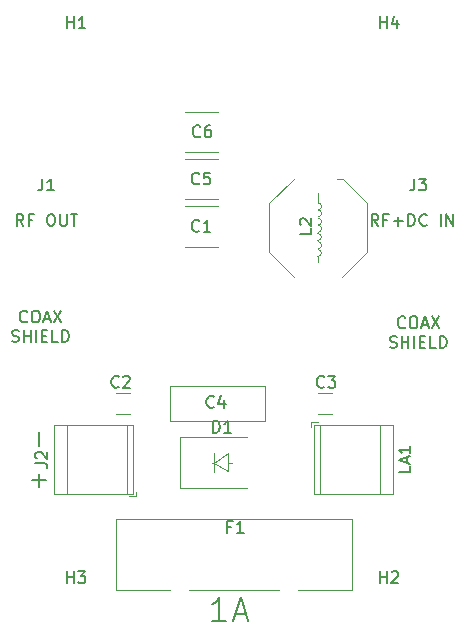
<source format=gbr>
%TF.GenerationSoftware,KiCad,Pcbnew,5.1.6-c6e7f7d~87~ubuntu20.04.1*%
%TF.CreationDate,2020-09-02T03:18:24+02:00*%
%TF.ProjectId,bias-t-injector-smd,62696173-2d74-42d6-996e-6a6563746f72,rev?*%
%TF.SameCoordinates,Original*%
%TF.FileFunction,Legend,Top*%
%TF.FilePolarity,Positive*%
%FSLAX46Y46*%
G04 Gerber Fmt 4.6, Leading zero omitted, Abs format (unit mm)*
G04 Created by KiCad (PCBNEW 5.1.6-c6e7f7d~87~ubuntu20.04.1) date 2020-09-02 03:18:24*
%MOMM*%
%LPD*%
G01*
G04 APERTURE LIST*
%ADD10C,0.150000*%
%ADD11C,0.120000*%
G04 APERTURE END LIST*
D10*
X40071428Y-35952380D02*
X39738095Y-35476190D01*
X39500000Y-35952380D02*
X39500000Y-34952380D01*
X39880952Y-34952380D01*
X39976190Y-35000000D01*
X40023809Y-35047619D01*
X40071428Y-35142857D01*
X40071428Y-35285714D01*
X40023809Y-35380952D01*
X39976190Y-35428571D01*
X39880952Y-35476190D01*
X39500000Y-35476190D01*
X40833333Y-35428571D02*
X40500000Y-35428571D01*
X40500000Y-35952380D02*
X40500000Y-34952380D01*
X40976190Y-34952380D01*
X42309523Y-34952380D02*
X42500000Y-34952380D01*
X42595238Y-35000000D01*
X42690476Y-35095238D01*
X42738095Y-35285714D01*
X42738095Y-35619047D01*
X42690476Y-35809523D01*
X42595238Y-35904761D01*
X42500000Y-35952380D01*
X42309523Y-35952380D01*
X42214285Y-35904761D01*
X42119047Y-35809523D01*
X42071428Y-35619047D01*
X42071428Y-35285714D01*
X42119047Y-35095238D01*
X42214285Y-35000000D01*
X42309523Y-34952380D01*
X43166666Y-34952380D02*
X43166666Y-35761904D01*
X43214285Y-35857142D01*
X43261904Y-35904761D01*
X43357142Y-35952380D01*
X43547619Y-35952380D01*
X43642857Y-35904761D01*
X43690476Y-35857142D01*
X43738095Y-35761904D01*
X43738095Y-34952380D01*
X44071428Y-34952380D02*
X44642857Y-34952380D01*
X44357142Y-35952380D02*
X44357142Y-34952380D01*
X70119047Y-35952380D02*
X69785714Y-35476190D01*
X69547619Y-35952380D02*
X69547619Y-34952380D01*
X69928571Y-34952380D01*
X70023809Y-35000000D01*
X70071428Y-35047619D01*
X70119047Y-35142857D01*
X70119047Y-35285714D01*
X70071428Y-35380952D01*
X70023809Y-35428571D01*
X69928571Y-35476190D01*
X69547619Y-35476190D01*
X70880952Y-35428571D02*
X70547619Y-35428571D01*
X70547619Y-35952380D02*
X70547619Y-34952380D01*
X71023809Y-34952380D01*
X71404761Y-35571428D02*
X72166666Y-35571428D01*
X71785714Y-35952380D02*
X71785714Y-35190476D01*
X72642857Y-35952380D02*
X72642857Y-34952380D01*
X72880952Y-34952380D01*
X73023809Y-35000000D01*
X73119047Y-35095238D01*
X73166666Y-35190476D01*
X73214285Y-35380952D01*
X73214285Y-35523809D01*
X73166666Y-35714285D01*
X73119047Y-35809523D01*
X73023809Y-35904761D01*
X72880952Y-35952380D01*
X72642857Y-35952380D01*
X74214285Y-35857142D02*
X74166666Y-35904761D01*
X74023809Y-35952380D01*
X73928571Y-35952380D01*
X73785714Y-35904761D01*
X73690476Y-35809523D01*
X73642857Y-35714285D01*
X73595238Y-35523809D01*
X73595238Y-35380952D01*
X73642857Y-35190476D01*
X73690476Y-35095238D01*
X73785714Y-35000000D01*
X73928571Y-34952380D01*
X74023809Y-34952380D01*
X74166666Y-35000000D01*
X74214285Y-35047619D01*
X75404761Y-35952380D02*
X75404761Y-34952380D01*
X75880952Y-35952380D02*
X75880952Y-34952380D01*
X76452380Y-35952380D01*
X76452380Y-34952380D01*
X40380952Y-44032142D02*
X40333333Y-44079761D01*
X40190476Y-44127380D01*
X40095238Y-44127380D01*
X39952380Y-44079761D01*
X39857142Y-43984523D01*
X39809523Y-43889285D01*
X39761904Y-43698809D01*
X39761904Y-43555952D01*
X39809523Y-43365476D01*
X39857142Y-43270238D01*
X39952380Y-43175000D01*
X40095238Y-43127380D01*
X40190476Y-43127380D01*
X40333333Y-43175000D01*
X40380952Y-43222619D01*
X41000000Y-43127380D02*
X41190476Y-43127380D01*
X41285714Y-43175000D01*
X41380952Y-43270238D01*
X41428571Y-43460714D01*
X41428571Y-43794047D01*
X41380952Y-43984523D01*
X41285714Y-44079761D01*
X41190476Y-44127380D01*
X41000000Y-44127380D01*
X40904761Y-44079761D01*
X40809523Y-43984523D01*
X40761904Y-43794047D01*
X40761904Y-43460714D01*
X40809523Y-43270238D01*
X40904761Y-43175000D01*
X41000000Y-43127380D01*
X41809523Y-43841666D02*
X42285714Y-43841666D01*
X41714285Y-44127380D02*
X42047619Y-43127380D01*
X42380952Y-44127380D01*
X42619047Y-43127380D02*
X43285714Y-44127380D01*
X43285714Y-43127380D02*
X42619047Y-44127380D01*
X39095238Y-45729761D02*
X39238095Y-45777380D01*
X39476190Y-45777380D01*
X39571428Y-45729761D01*
X39619047Y-45682142D01*
X39666666Y-45586904D01*
X39666666Y-45491666D01*
X39619047Y-45396428D01*
X39571428Y-45348809D01*
X39476190Y-45301190D01*
X39285714Y-45253571D01*
X39190476Y-45205952D01*
X39142857Y-45158333D01*
X39095238Y-45063095D01*
X39095238Y-44967857D01*
X39142857Y-44872619D01*
X39190476Y-44825000D01*
X39285714Y-44777380D01*
X39523809Y-44777380D01*
X39666666Y-44825000D01*
X40095238Y-45777380D02*
X40095238Y-44777380D01*
X40095238Y-45253571D02*
X40666666Y-45253571D01*
X40666666Y-45777380D02*
X40666666Y-44777380D01*
X41142857Y-45777380D02*
X41142857Y-44777380D01*
X41619047Y-45253571D02*
X41952380Y-45253571D01*
X42095238Y-45777380D02*
X41619047Y-45777380D01*
X41619047Y-44777380D01*
X42095238Y-44777380D01*
X43000000Y-45777380D02*
X42523809Y-45777380D01*
X42523809Y-44777380D01*
X43333333Y-45777380D02*
X43333333Y-44777380D01*
X43571428Y-44777380D01*
X43714285Y-44825000D01*
X43809523Y-44920238D01*
X43857142Y-45015476D01*
X43904761Y-45205952D01*
X43904761Y-45348809D01*
X43857142Y-45539285D01*
X43809523Y-45634523D01*
X43714285Y-45729761D01*
X43571428Y-45777380D01*
X43333333Y-45777380D01*
X72380952Y-44532142D02*
X72333333Y-44579761D01*
X72190476Y-44627380D01*
X72095238Y-44627380D01*
X71952380Y-44579761D01*
X71857142Y-44484523D01*
X71809523Y-44389285D01*
X71761904Y-44198809D01*
X71761904Y-44055952D01*
X71809523Y-43865476D01*
X71857142Y-43770238D01*
X71952380Y-43675000D01*
X72095238Y-43627380D01*
X72190476Y-43627380D01*
X72333333Y-43675000D01*
X72380952Y-43722619D01*
X73000000Y-43627380D02*
X73190476Y-43627380D01*
X73285714Y-43675000D01*
X73380952Y-43770238D01*
X73428571Y-43960714D01*
X73428571Y-44294047D01*
X73380952Y-44484523D01*
X73285714Y-44579761D01*
X73190476Y-44627380D01*
X73000000Y-44627380D01*
X72904761Y-44579761D01*
X72809523Y-44484523D01*
X72761904Y-44294047D01*
X72761904Y-43960714D01*
X72809523Y-43770238D01*
X72904761Y-43675000D01*
X73000000Y-43627380D01*
X73809523Y-44341666D02*
X74285714Y-44341666D01*
X73714285Y-44627380D02*
X74047619Y-43627380D01*
X74380952Y-44627380D01*
X74619047Y-43627380D02*
X75285714Y-44627380D01*
X75285714Y-43627380D02*
X74619047Y-44627380D01*
X71095238Y-46229761D02*
X71238095Y-46277380D01*
X71476190Y-46277380D01*
X71571428Y-46229761D01*
X71619047Y-46182142D01*
X71666666Y-46086904D01*
X71666666Y-45991666D01*
X71619047Y-45896428D01*
X71571428Y-45848809D01*
X71476190Y-45801190D01*
X71285714Y-45753571D01*
X71190476Y-45705952D01*
X71142857Y-45658333D01*
X71095238Y-45563095D01*
X71095238Y-45467857D01*
X71142857Y-45372619D01*
X71190476Y-45325000D01*
X71285714Y-45277380D01*
X71523809Y-45277380D01*
X71666666Y-45325000D01*
X72095238Y-46277380D02*
X72095238Y-45277380D01*
X72095238Y-45753571D02*
X72666666Y-45753571D01*
X72666666Y-46277380D02*
X72666666Y-45277380D01*
X73142857Y-46277380D02*
X73142857Y-45277380D01*
X73619047Y-45753571D02*
X73952380Y-45753571D01*
X74095238Y-46277380D02*
X73619047Y-46277380D01*
X73619047Y-45277380D01*
X74095238Y-45277380D01*
X75000000Y-46277380D02*
X74523809Y-46277380D01*
X74523809Y-45277380D01*
X75333333Y-46277380D02*
X75333333Y-45277380D01*
X75571428Y-45277380D01*
X75714285Y-45325000D01*
X75809523Y-45420238D01*
X75857142Y-45515476D01*
X75904761Y-45705952D01*
X75904761Y-45848809D01*
X75857142Y-46039285D01*
X75809523Y-46134523D01*
X75714285Y-46229761D01*
X75571428Y-46277380D01*
X75333333Y-46277380D01*
X57214285Y-69404761D02*
X56071428Y-69404761D01*
X56642857Y-69404761D02*
X56642857Y-67404761D01*
X56452380Y-67690476D01*
X56261904Y-67880952D01*
X56071428Y-67976190D01*
X57976190Y-68833333D02*
X58928571Y-68833333D01*
X57785714Y-69404761D02*
X58452380Y-67404761D01*
X59119047Y-69404761D01*
D11*
X57700000Y-56000000D02*
X57400000Y-56000000D01*
X57400000Y-56700000D02*
X56200000Y-56000000D01*
X57400000Y-56700000D02*
X57400000Y-55200000D01*
X56200000Y-56000000D02*
X57400000Y-55200000D01*
X56000000Y-56000000D02*
X56200000Y-56000000D01*
X56200000Y-56000000D02*
X56000000Y-56000000D01*
X56200000Y-55200000D02*
X56200000Y-56800000D01*
D10*
X41392857Y-53428571D02*
X41392857Y-54571428D01*
X41392857Y-56928571D02*
X41392857Y-58071428D01*
X40821428Y-57500000D02*
X41964285Y-57500000D01*
D11*
%TO.C,J2*%
X49610000Y-58860000D02*
X49610000Y-58460000D01*
X48970000Y-58860000D02*
X49610000Y-58860000D01*
X42630000Y-52840000D02*
X49370000Y-52840000D01*
X42630000Y-58620000D02*
X49370000Y-58620000D01*
X49370000Y-58620000D02*
X49370000Y-52840000D01*
X42630000Y-58620000D02*
X42630000Y-52840000D01*
X43750000Y-58620000D02*
X43750000Y-52840000D01*
X48850000Y-58620000D02*
X48850000Y-52840000D01*
%TO.C,LA1*%
X64390000Y-52600000D02*
X64390000Y-53000000D01*
X65030000Y-52600000D02*
X64390000Y-52600000D01*
X71370000Y-58620000D02*
X64630000Y-58620000D01*
X71370000Y-52840000D02*
X64630000Y-52840000D01*
X64630000Y-52840000D02*
X64630000Y-58620000D01*
X71370000Y-52840000D02*
X71370000Y-58620000D01*
X70250000Y-52840000D02*
X70250000Y-58620000D01*
X65150000Y-52840000D02*
X65150000Y-58620000D01*
%TO.C,C1*%
X56498752Y-37710000D02*
X53726248Y-37710000D01*
X56498752Y-34290000D02*
X53726248Y-34290000D01*
%TO.C,C2*%
X49102064Y-50090000D02*
X47897936Y-50090000D01*
X49102064Y-51910000D02*
X47897936Y-51910000D01*
%TO.C,C3*%
X64997936Y-50090000D02*
X66202064Y-50090000D01*
X64997936Y-51910000D02*
X66202064Y-51910000D01*
%TO.C,C4*%
X60500000Y-52500000D02*
X52500000Y-52500000D01*
X52500000Y-52500000D02*
X52500000Y-49500000D01*
X52500000Y-49500000D02*
X60500000Y-49500000D01*
X60500000Y-49500000D02*
X60500000Y-52500000D01*
%TO.C,C5*%
X56498752Y-33710000D02*
X53726248Y-33710000D01*
X56498752Y-30290000D02*
X53726248Y-30290000D01*
%TO.C,C6*%
X56523752Y-26290000D02*
X53751248Y-26290000D01*
X56523752Y-29710000D02*
X53751248Y-29710000D01*
%TO.C,D1*%
X53300000Y-53850000D02*
X53300000Y-58150000D01*
X53300000Y-58150000D02*
X59000000Y-58150000D01*
X53300000Y-53850000D02*
X59000000Y-53850000D01*
%TO.C,F1*%
X67900000Y-66800000D02*
X63310000Y-66800000D01*
X47900000Y-66800000D02*
X47900000Y-60800000D01*
X47900000Y-60800000D02*
X67900000Y-60800000D01*
X67900000Y-60800000D02*
X67900000Y-66800000D01*
X61690000Y-66800000D02*
X54120000Y-66800000D01*
X52480000Y-66800000D02*
X47900000Y-66800000D01*
%TO.C,L2*%
X69150000Y-34050000D02*
X69150000Y-38150000D01*
X60850000Y-34050000D02*
X62950000Y-31950000D01*
X60850000Y-38150000D02*
X60850000Y-34050000D01*
X60850000Y-38150000D02*
X62950000Y-40250000D01*
X69150000Y-38150000D02*
X67050000Y-40250000D01*
X69150000Y-34050000D02*
X67100000Y-32000000D01*
X67100000Y-32000000D02*
X66600000Y-32000000D01*
X65000000Y-33200000D02*
X65000000Y-34000000D01*
X65000000Y-39050000D02*
X65000000Y-38550000D01*
X65000000Y-34600000D02*
G75*
G02*
X65000000Y-35200000I0J-300000D01*
G01*
X65000000Y-35300000D02*
G75*
G02*
X65000000Y-35900000I0J-300000D01*
G01*
X65000000Y-37950000D02*
G75*
G02*
X65000000Y-38550000I0J-300000D01*
G01*
X65000000Y-37300000D02*
G75*
G02*
X65000000Y-37900000I0J-300000D01*
G01*
X65000000Y-36600000D02*
G75*
G02*
X65000000Y-37200000I0J-300000D01*
G01*
X65000000Y-35900000D02*
G75*
G02*
X65000000Y-36500000I0J-300000D01*
G01*
X65000000Y-34000000D02*
G75*
G02*
X65000000Y-34600000I0J-300000D01*
G01*
%TO.C,J1*%
D10*
X41666666Y-31952380D02*
X41666666Y-32666666D01*
X41619047Y-32809523D01*
X41523809Y-32904761D01*
X41380952Y-32952380D01*
X41285714Y-32952380D01*
X42666666Y-32952380D02*
X42095238Y-32952380D01*
X42380952Y-32952380D02*
X42380952Y-31952380D01*
X42285714Y-32095238D01*
X42190476Y-32190476D01*
X42095238Y-32238095D01*
%TO.C,J2*%
X41082380Y-56063333D02*
X41796666Y-56063333D01*
X41939523Y-56110952D01*
X42034761Y-56206190D01*
X42082380Y-56349047D01*
X42082380Y-56444285D01*
X41177619Y-55634761D02*
X41130000Y-55587142D01*
X41082380Y-55491904D01*
X41082380Y-55253809D01*
X41130000Y-55158571D01*
X41177619Y-55110952D01*
X41272857Y-55063333D01*
X41368095Y-55063333D01*
X41510952Y-55110952D01*
X42082380Y-55682380D01*
X42082380Y-55063333D01*
%TO.C,J3*%
X73166666Y-31952380D02*
X73166666Y-32666666D01*
X73119047Y-32809523D01*
X73023809Y-32904761D01*
X72880952Y-32952380D01*
X72785714Y-32952380D01*
X73547619Y-31952380D02*
X74166666Y-31952380D01*
X73833333Y-32333333D01*
X73976190Y-32333333D01*
X74071428Y-32380952D01*
X74119047Y-32428571D01*
X74166666Y-32523809D01*
X74166666Y-32761904D01*
X74119047Y-32857142D01*
X74071428Y-32904761D01*
X73976190Y-32952380D01*
X73690476Y-32952380D01*
X73595238Y-32904761D01*
X73547619Y-32857142D01*
%TO.C,LA1*%
X72822380Y-56325238D02*
X72822380Y-56801428D01*
X71822380Y-56801428D01*
X72536666Y-56039523D02*
X72536666Y-55563333D01*
X72822380Y-56134761D02*
X71822380Y-55801428D01*
X72822380Y-55468095D01*
X72822380Y-54610952D02*
X72822380Y-55182380D01*
X72822380Y-54896666D02*
X71822380Y-54896666D01*
X71965238Y-54991904D01*
X72060476Y-55087142D01*
X72108095Y-55182380D01*
%TO.C,H1*%
X43738095Y-19202380D02*
X43738095Y-18202380D01*
X43738095Y-18678571D02*
X44309523Y-18678571D01*
X44309523Y-19202380D02*
X44309523Y-18202380D01*
X45309523Y-19202380D02*
X44738095Y-19202380D01*
X45023809Y-19202380D02*
X45023809Y-18202380D01*
X44928571Y-18345238D01*
X44833333Y-18440476D01*
X44738095Y-18488095D01*
%TO.C,H2*%
X70238095Y-66202380D02*
X70238095Y-65202380D01*
X70238095Y-65678571D02*
X70809523Y-65678571D01*
X70809523Y-66202380D02*
X70809523Y-65202380D01*
X71238095Y-65297619D02*
X71285714Y-65250000D01*
X71380952Y-65202380D01*
X71619047Y-65202380D01*
X71714285Y-65250000D01*
X71761904Y-65297619D01*
X71809523Y-65392857D01*
X71809523Y-65488095D01*
X71761904Y-65630952D01*
X71190476Y-66202380D01*
X71809523Y-66202380D01*
%TO.C,H3*%
X43738095Y-66202380D02*
X43738095Y-65202380D01*
X43738095Y-65678571D02*
X44309523Y-65678571D01*
X44309523Y-66202380D02*
X44309523Y-65202380D01*
X44690476Y-65202380D02*
X45309523Y-65202380D01*
X44976190Y-65583333D01*
X45119047Y-65583333D01*
X45214285Y-65630952D01*
X45261904Y-65678571D01*
X45309523Y-65773809D01*
X45309523Y-66011904D01*
X45261904Y-66107142D01*
X45214285Y-66154761D01*
X45119047Y-66202380D01*
X44833333Y-66202380D01*
X44738095Y-66154761D01*
X44690476Y-66107142D01*
%TO.C,H4*%
X70238095Y-19202380D02*
X70238095Y-18202380D01*
X70238095Y-18678571D02*
X70809523Y-18678571D01*
X70809523Y-19202380D02*
X70809523Y-18202380D01*
X71714285Y-18535714D02*
X71714285Y-19202380D01*
X71476190Y-18154761D02*
X71238095Y-18869047D01*
X71857142Y-18869047D01*
%TO.C,C1*%
X54945833Y-36357142D02*
X54898214Y-36404761D01*
X54755357Y-36452380D01*
X54660119Y-36452380D01*
X54517261Y-36404761D01*
X54422023Y-36309523D01*
X54374404Y-36214285D01*
X54326785Y-36023809D01*
X54326785Y-35880952D01*
X54374404Y-35690476D01*
X54422023Y-35595238D01*
X54517261Y-35500000D01*
X54660119Y-35452380D01*
X54755357Y-35452380D01*
X54898214Y-35500000D01*
X54945833Y-35547619D01*
X55898214Y-36452380D02*
X55326785Y-36452380D01*
X55612500Y-36452380D02*
X55612500Y-35452380D01*
X55517261Y-35595238D01*
X55422023Y-35690476D01*
X55326785Y-35738095D01*
%TO.C,C2*%
X48133333Y-49557142D02*
X48085714Y-49604761D01*
X47942857Y-49652380D01*
X47847619Y-49652380D01*
X47704761Y-49604761D01*
X47609523Y-49509523D01*
X47561904Y-49414285D01*
X47514285Y-49223809D01*
X47514285Y-49080952D01*
X47561904Y-48890476D01*
X47609523Y-48795238D01*
X47704761Y-48700000D01*
X47847619Y-48652380D01*
X47942857Y-48652380D01*
X48085714Y-48700000D01*
X48133333Y-48747619D01*
X48514285Y-48747619D02*
X48561904Y-48700000D01*
X48657142Y-48652380D01*
X48895238Y-48652380D01*
X48990476Y-48700000D01*
X49038095Y-48747619D01*
X49085714Y-48842857D01*
X49085714Y-48938095D01*
X49038095Y-49080952D01*
X48466666Y-49652380D01*
X49085714Y-49652380D01*
%TO.C,C3*%
X65533333Y-49557142D02*
X65485714Y-49604761D01*
X65342857Y-49652380D01*
X65247619Y-49652380D01*
X65104761Y-49604761D01*
X65009523Y-49509523D01*
X64961904Y-49414285D01*
X64914285Y-49223809D01*
X64914285Y-49080952D01*
X64961904Y-48890476D01*
X65009523Y-48795238D01*
X65104761Y-48700000D01*
X65247619Y-48652380D01*
X65342857Y-48652380D01*
X65485714Y-48700000D01*
X65533333Y-48747619D01*
X65866666Y-48652380D02*
X66485714Y-48652380D01*
X66152380Y-49033333D01*
X66295238Y-49033333D01*
X66390476Y-49080952D01*
X66438095Y-49128571D01*
X66485714Y-49223809D01*
X66485714Y-49461904D01*
X66438095Y-49557142D01*
X66390476Y-49604761D01*
X66295238Y-49652380D01*
X66009523Y-49652380D01*
X65914285Y-49604761D01*
X65866666Y-49557142D01*
%TO.C,C4*%
X56183333Y-51257142D02*
X56135714Y-51304761D01*
X55992857Y-51352380D01*
X55897619Y-51352380D01*
X55754761Y-51304761D01*
X55659523Y-51209523D01*
X55611904Y-51114285D01*
X55564285Y-50923809D01*
X55564285Y-50780952D01*
X55611904Y-50590476D01*
X55659523Y-50495238D01*
X55754761Y-50400000D01*
X55897619Y-50352380D01*
X55992857Y-50352380D01*
X56135714Y-50400000D01*
X56183333Y-50447619D01*
X57040476Y-50685714D02*
X57040476Y-51352380D01*
X56802380Y-50304761D02*
X56564285Y-51019047D01*
X57183333Y-51019047D01*
%TO.C,C5*%
X54945833Y-32357142D02*
X54898214Y-32404761D01*
X54755357Y-32452380D01*
X54660119Y-32452380D01*
X54517261Y-32404761D01*
X54422023Y-32309523D01*
X54374404Y-32214285D01*
X54326785Y-32023809D01*
X54326785Y-31880952D01*
X54374404Y-31690476D01*
X54422023Y-31595238D01*
X54517261Y-31500000D01*
X54660119Y-31452380D01*
X54755357Y-31452380D01*
X54898214Y-31500000D01*
X54945833Y-31547619D01*
X55850595Y-31452380D02*
X55374404Y-31452380D01*
X55326785Y-31928571D01*
X55374404Y-31880952D01*
X55469642Y-31833333D01*
X55707738Y-31833333D01*
X55802976Y-31880952D01*
X55850595Y-31928571D01*
X55898214Y-32023809D01*
X55898214Y-32261904D01*
X55850595Y-32357142D01*
X55802976Y-32404761D01*
X55707738Y-32452380D01*
X55469642Y-32452380D01*
X55374404Y-32404761D01*
X55326785Y-32357142D01*
%TO.C,C6*%
X55033333Y-28357142D02*
X54985714Y-28404761D01*
X54842857Y-28452380D01*
X54747619Y-28452380D01*
X54604761Y-28404761D01*
X54509523Y-28309523D01*
X54461904Y-28214285D01*
X54414285Y-28023809D01*
X54414285Y-27880952D01*
X54461904Y-27690476D01*
X54509523Y-27595238D01*
X54604761Y-27500000D01*
X54747619Y-27452380D01*
X54842857Y-27452380D01*
X54985714Y-27500000D01*
X55033333Y-27547619D01*
X55890476Y-27452380D02*
X55700000Y-27452380D01*
X55604761Y-27500000D01*
X55557142Y-27547619D01*
X55461904Y-27690476D01*
X55414285Y-27880952D01*
X55414285Y-28261904D01*
X55461904Y-28357142D01*
X55509523Y-28404761D01*
X55604761Y-28452380D01*
X55795238Y-28452380D01*
X55890476Y-28404761D01*
X55938095Y-28357142D01*
X55985714Y-28261904D01*
X55985714Y-28023809D01*
X55938095Y-27928571D01*
X55890476Y-27880952D01*
X55795238Y-27833333D01*
X55604761Y-27833333D01*
X55509523Y-27880952D01*
X55461904Y-27928571D01*
X55414285Y-28023809D01*
%TO.C,D1*%
X56111904Y-53452380D02*
X56111904Y-52452380D01*
X56350000Y-52452380D01*
X56492857Y-52500000D01*
X56588095Y-52595238D01*
X56635714Y-52690476D01*
X56683333Y-52880952D01*
X56683333Y-53023809D01*
X56635714Y-53214285D01*
X56588095Y-53309523D01*
X56492857Y-53404761D01*
X56350000Y-53452380D01*
X56111904Y-53452380D01*
X57635714Y-53452380D02*
X57064285Y-53452380D01*
X57350000Y-53452380D02*
X57350000Y-52452380D01*
X57254761Y-52595238D01*
X57159523Y-52690476D01*
X57064285Y-52738095D01*
%TO.C,F1*%
X57666666Y-61428571D02*
X57333333Y-61428571D01*
X57333333Y-61952380D02*
X57333333Y-60952380D01*
X57809523Y-60952380D01*
X58714285Y-61952380D02*
X58142857Y-61952380D01*
X58428571Y-61952380D02*
X58428571Y-60952380D01*
X58333333Y-61095238D01*
X58238095Y-61190476D01*
X58142857Y-61238095D01*
%TO.C,L2*%
X64452380Y-36166666D02*
X64452380Y-36642857D01*
X63452380Y-36642857D01*
X63547619Y-35880952D02*
X63500000Y-35833333D01*
X63452380Y-35738095D01*
X63452380Y-35500000D01*
X63500000Y-35404761D01*
X63547619Y-35357142D01*
X63642857Y-35309523D01*
X63738095Y-35309523D01*
X63880952Y-35357142D01*
X64452380Y-35928571D01*
X64452380Y-35309523D01*
%TD*%
M02*

</source>
